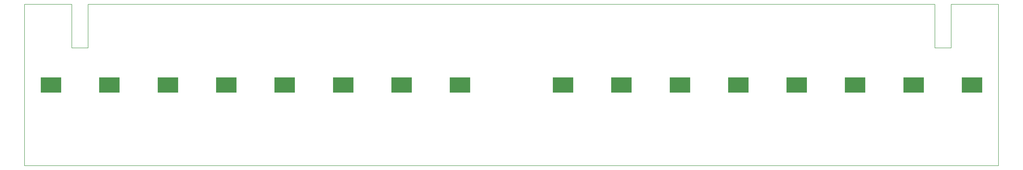
<source format=gko>
G04*
G04 #@! TF.GenerationSoftware,Altium Limited,Altium Designer,19.0.15 (446)*
G04*
G04 Layer_Color=16711935*
%FSLAX25Y25*%
%MOIN*%
G70*
G01*
G75*
%ADD14C,0.00787*%
%ADD72R,0.31496X0.23622*%
D14*
X-650512Y124016D02*
X650512D01*
X675512D02*
X748032D01*
X-748032D02*
X-675512D01*
X650512Y57087D02*
Y124016D01*
Y57087D02*
X675512D01*
Y124016D01*
X-748032Y-124016D02*
Y124016D01*
X-650512Y57087D02*
Y124016D01*
X-675512Y57087D02*
X-650512D01*
X-675512D02*
Y124016D01*
X-748032Y-124016D02*
X748032D01*
Y124016D01*
D72*
X707480Y0D02*
D03*
X617717Y0D02*
D03*
X527953Y0D02*
D03*
X438189Y0D02*
D03*
X348425Y0D02*
D03*
X258661Y0D02*
D03*
X168898Y0D02*
D03*
X79134D02*
D03*
X-79134D02*
D03*
X-168898Y0D02*
D03*
X-258661Y0D02*
D03*
X-348425Y0D02*
D03*
X-438189Y0D02*
D03*
X-527953Y0D02*
D03*
X-617717Y0D02*
D03*
X-707480D02*
D03*
M02*

</source>
